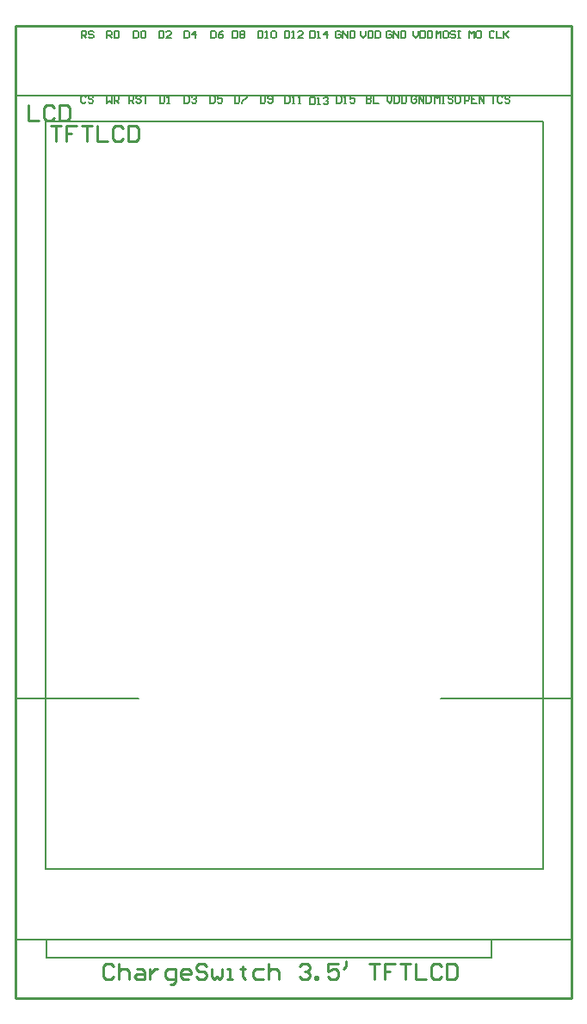
<source format=gto>
G04 Layer_Color=65535*
%FSLAX25Y25*%
%MOIN*%
G70*
G01*
G75*
%ADD12C,0.01000*%
%ADD24C,0.00800*%
%ADD25C,0.00500*%
%ADD26C,0.00600*%
D12*
X-215728Y376748D02*
X-150728D01*
X-228Y248D02*
Y376748D01*
X-150728D02*
X-228D01*
X-215728Y248D02*
X-228D01*
X-215728D02*
Y376748D01*
X-210630Y345900D02*
Y339902D01*
X-206631D01*
X-200633Y344900D02*
X-201633Y345900D01*
X-203632D01*
X-204632Y344900D01*
Y340901D01*
X-203632Y339902D01*
X-201633D01*
X-200633Y340901D01*
X-198634Y345900D02*
Y339902D01*
X-195635D01*
X-194635Y340901D01*
Y344900D01*
X-195635Y345900D01*
X-198634D01*
X-202000Y337998D02*
X-198001D01*
X-200001D01*
Y332000D01*
X-192003Y337998D02*
X-196002D01*
Y334999D01*
X-194003D01*
X-196002D01*
Y332000D01*
X-190004Y337998D02*
X-186005D01*
X-188005D01*
Y332000D01*
X-184006Y337998D02*
Y332000D01*
X-180007D01*
X-174009Y336998D02*
X-175009Y337998D01*
X-177008D01*
X-178008Y336998D01*
Y333000D01*
X-177008Y332000D01*
X-175009D01*
X-174009Y333000D01*
X-172010Y337998D02*
Y332000D01*
X-169011D01*
X-168011Y333000D01*
Y336998D01*
X-169011Y337998D01*
X-172010D01*
X-177501Y12695D02*
X-178501Y13695D01*
X-180500D01*
X-181500Y12695D01*
Y8696D01*
X-180500Y7697D01*
X-178501D01*
X-177501Y8696D01*
X-175502Y13695D02*
Y7697D01*
Y10696D01*
X-174502Y11695D01*
X-172503D01*
X-171503Y10696D01*
Y7697D01*
X-168504Y11695D02*
X-166505D01*
X-165505Y10696D01*
Y7697D01*
X-168504D01*
X-169504Y8696D01*
X-168504Y9696D01*
X-165505D01*
X-163506Y11695D02*
Y7697D01*
Y9696D01*
X-162506Y10696D01*
X-161506Y11695D01*
X-160507D01*
X-155508Y5697D02*
X-154509D01*
X-153509Y6697D01*
Y11695D01*
X-156508D01*
X-157508Y10696D01*
Y8696D01*
X-156508Y7697D01*
X-153509D01*
X-148511D02*
X-150510D01*
X-151510Y8696D01*
Y10696D01*
X-150510Y11695D01*
X-148511D01*
X-147511Y10696D01*
Y9696D01*
X-151510D01*
X-141513Y12695D02*
X-142513Y13695D01*
X-144512D01*
X-145512Y12695D01*
Y11695D01*
X-144512Y10696D01*
X-142513D01*
X-141513Y9696D01*
Y8696D01*
X-142513Y7697D01*
X-144512D01*
X-145512Y8696D01*
X-139514Y11695D02*
Y8696D01*
X-138514Y7697D01*
X-137514Y8696D01*
X-136515Y7697D01*
X-135515Y8696D01*
Y11695D01*
X-133516Y7697D02*
X-131516D01*
X-132516D01*
Y11695D01*
X-133516D01*
X-127517Y12695D02*
Y11695D01*
X-128517D01*
X-126518D01*
X-127517D01*
Y8696D01*
X-126518Y7697D01*
X-119520Y11695D02*
X-122519D01*
X-123519Y10696D01*
Y8696D01*
X-122519Y7697D01*
X-119520D01*
X-117521Y13695D02*
Y7697D01*
Y10696D01*
X-116521Y11695D01*
X-114522D01*
X-113522Y10696D01*
Y7697D01*
X-105525Y12695D02*
X-104525Y13695D01*
X-102525D01*
X-101526Y12695D01*
Y11695D01*
X-102525Y10696D01*
X-103525D01*
X-102525D01*
X-101526Y9696D01*
Y8696D01*
X-102525Y7697D01*
X-104525D01*
X-105525Y8696D01*
X-99527Y7697D02*
Y8696D01*
X-98527D01*
Y7697D01*
X-99527D01*
X-90529Y13695D02*
X-94528D01*
Y10696D01*
X-92529Y11695D01*
X-91529D01*
X-90529Y10696D01*
Y8696D01*
X-91529Y7697D01*
X-93528D01*
X-94528Y8696D01*
X-87530Y14694D02*
Y12695D01*
X-88530Y11695D01*
X-78533Y13695D02*
X-74535D01*
X-76534D01*
Y7697D01*
X-68537Y13695D02*
X-72535D01*
Y10696D01*
X-70536D01*
X-72535D01*
Y7697D01*
X-66537Y13695D02*
X-62538D01*
X-64538D01*
Y7697D01*
X-60539Y13695D02*
Y7697D01*
X-56540D01*
X-50542Y12695D02*
X-51542Y13695D01*
X-53541D01*
X-54541Y12695D01*
Y8696D01*
X-53541Y7697D01*
X-51542D01*
X-50542Y8696D01*
X-48543Y13695D02*
Y7697D01*
X-45544D01*
X-44544Y8696D01*
Y12695D01*
X-45544Y13695D01*
X-48543D01*
D24*
X-204133Y339500D02*
X-11220D01*
Y50366D02*
Y339500D01*
X-204133Y50366D02*
X-11220D01*
X-204133D02*
Y339500D01*
X-50854Y116307D02*
X-192D01*
X-203542Y15913D02*
X-31354D01*
Y23000D01*
X-203542Y15913D02*
Y23000D01*
X-215353Y349772D02*
X1D01*
Y23000D02*
Y349772D01*
X-215353Y23000D02*
X1D01*
X-215353D02*
Y349772D01*
Y116307D02*
X-167853D01*
D25*
X-101516Y374689D02*
Y371890D01*
X-100116D01*
X-99650Y372356D01*
Y374222D01*
X-100116Y374689D01*
X-101516D01*
X-98717Y371890D02*
X-97784D01*
X-98250D01*
Y374689D01*
X-98717Y374222D01*
X-94985Y371890D02*
Y374689D01*
X-96384Y373289D01*
X-94518D01*
X-130728Y349547D02*
Y346748D01*
X-129329D01*
X-128862Y347215D01*
Y349081D01*
X-129329Y349547D01*
X-130728D01*
X-127929D02*
X-126063D01*
Y349081D01*
X-127929Y347215D01*
Y346748D01*
X-190098Y371890D02*
Y374689D01*
X-188699D01*
X-188232Y374222D01*
Y373289D01*
X-188699Y372823D01*
X-190098D01*
X-189165D02*
X-188232Y371890D01*
X-185433Y374222D02*
X-185900Y374689D01*
X-186833D01*
X-187299Y374222D01*
Y373756D01*
X-186833Y373289D01*
X-185900D01*
X-185433Y372823D01*
Y372356D01*
X-185900Y371890D01*
X-186833D01*
X-187299Y372356D01*
X-188362Y349081D02*
X-188829Y349547D01*
X-189762D01*
X-190228Y349081D01*
Y347215D01*
X-189762Y346748D01*
X-188829D01*
X-188362Y347215D01*
X-185563Y349081D02*
X-186030Y349547D01*
X-186963D01*
X-187429Y349081D01*
Y348614D01*
X-186963Y348148D01*
X-186030D01*
X-185563Y347681D01*
Y347215D01*
X-186030Y346748D01*
X-186963D01*
X-187429Y347215D01*
X-180228Y349547D02*
Y346748D01*
X-179295Y347681D01*
X-178362Y346748D01*
Y349547D01*
X-177429Y346748D02*
Y349547D01*
X-176030D01*
X-175563Y349081D01*
Y348148D01*
X-176030Y347681D01*
X-177429D01*
X-176496D02*
X-175563Y346748D01*
X-171728D02*
Y349547D01*
X-170329D01*
X-169862Y349081D01*
Y348148D01*
X-170329Y347681D01*
X-171728D01*
X-170795D02*
X-169862Y346748D01*
X-167063Y349081D02*
X-167530Y349547D01*
X-168463D01*
X-168929Y349081D01*
Y348614D01*
X-168463Y348148D01*
X-167530D01*
X-167063Y347681D01*
Y347215D01*
X-167530Y346748D01*
X-168463D01*
X-168929Y347215D01*
X-166130Y349547D02*
X-164264D01*
X-165197D01*
Y346748D01*
X-159728Y349547D02*
Y346748D01*
X-158329D01*
X-157862Y347215D01*
Y349081D01*
X-158329Y349547D01*
X-159728D01*
X-156929Y346748D02*
X-155996D01*
X-156463D01*
Y349547D01*
X-156929Y349081D01*
X-160079Y374689D02*
Y371890D01*
X-158679D01*
X-158213Y372356D01*
Y374222D01*
X-158679Y374689D01*
X-160079D01*
X-155414Y371890D02*
X-157280D01*
X-155414Y373756D01*
Y374222D01*
X-155880Y374689D01*
X-156813D01*
X-157280Y374222D01*
X-150228Y349547D02*
Y346748D01*
X-148829D01*
X-148362Y347215D01*
Y349081D01*
X-148829Y349547D01*
X-150228D01*
X-147429Y349081D02*
X-146963Y349547D01*
X-146030D01*
X-145563Y349081D01*
Y348614D01*
X-146030Y348148D01*
X-146496D01*
X-146030D01*
X-145563Y347681D01*
Y347215D01*
X-146030Y346748D01*
X-146963D01*
X-147429Y347215D01*
X-150236Y374689D02*
Y371890D01*
X-148837D01*
X-148370Y372356D01*
Y374222D01*
X-148837Y374689D01*
X-150236D01*
X-146038Y371890D02*
Y374689D01*
X-147437Y373289D01*
X-145571D01*
X-140228Y349547D02*
Y346748D01*
X-138829D01*
X-138362Y347215D01*
Y349081D01*
X-138829Y349547D01*
X-140228D01*
X-135563D02*
X-137429D01*
Y348148D01*
X-136496Y348614D01*
X-136030D01*
X-135563Y348148D01*
Y347215D01*
X-136030Y346748D01*
X-136963D01*
X-137429Y347215D01*
X-139902Y374689D02*
Y371890D01*
X-138502D01*
X-138036Y372356D01*
Y374222D01*
X-138502Y374689D01*
X-139902D01*
X-135236D02*
X-136170Y374222D01*
X-137102Y373289D01*
Y372356D01*
X-136636Y371890D01*
X-135703D01*
X-135236Y372356D01*
Y372823D01*
X-135703Y373289D01*
X-137102D01*
X-131535Y374689D02*
Y371890D01*
X-130136D01*
X-129669Y372356D01*
Y374222D01*
X-130136Y374689D01*
X-131535D01*
X-128736Y374222D02*
X-128270Y374689D01*
X-127337D01*
X-126870Y374222D01*
Y373756D01*
X-127337Y373289D01*
X-126870Y372823D01*
Y372356D01*
X-127337Y371890D01*
X-128270D01*
X-128736Y372356D01*
Y372823D01*
X-128270Y373289D01*
X-128736Y373756D01*
Y374222D01*
X-128270Y373289D02*
X-127337D01*
X-120728Y349547D02*
Y346748D01*
X-119329D01*
X-118862Y347215D01*
Y349081D01*
X-119329Y349547D01*
X-120728D01*
X-117929Y347215D02*
X-117463Y346748D01*
X-116530D01*
X-116063Y347215D01*
Y349081D01*
X-116530Y349547D01*
X-117463D01*
X-117929Y349081D01*
Y348614D01*
X-117463Y348148D01*
X-116063D01*
X-101516Y349098D02*
Y346299D01*
X-100116D01*
X-99650Y346766D01*
Y348632D01*
X-100116Y349098D01*
X-101516D01*
X-98717Y346299D02*
X-97784D01*
X-98250D01*
Y349098D01*
X-98717Y348632D01*
X-96384D02*
X-95918Y349098D01*
X-94985D01*
X-94518Y348632D01*
Y348165D01*
X-94985Y347699D01*
X-95451D01*
X-94985D01*
X-94518Y347232D01*
Y346766D01*
X-94985Y346299D01*
X-95918D01*
X-96384Y346766D01*
X-111358Y374689D02*
Y371890D01*
X-109959D01*
X-109492Y372356D01*
Y374222D01*
X-109959Y374689D01*
X-111358D01*
X-108559Y371890D02*
X-107626D01*
X-108093D01*
Y374689D01*
X-108559Y374222D01*
X-104360Y371890D02*
X-106227D01*
X-104360Y373756D01*
Y374222D01*
X-104827Y374689D01*
X-105760D01*
X-106227Y374222D01*
X-91228Y349547D02*
Y346748D01*
X-89829D01*
X-89362Y347215D01*
Y349081D01*
X-89829Y349547D01*
X-91228D01*
X-88429Y346748D02*
X-87496D01*
X-87963D01*
Y349547D01*
X-88429Y349081D01*
X-84231Y349547D02*
X-86097D01*
Y348148D01*
X-85164Y348614D01*
X-84697D01*
X-84231Y348148D01*
Y347215D01*
X-84697Y346748D01*
X-85630D01*
X-86097Y347215D01*
X-71728Y349547D02*
Y347681D01*
X-70795Y346748D01*
X-69862Y347681D01*
Y349547D01*
X-68929D02*
Y346748D01*
X-67530D01*
X-67063Y347215D01*
Y349081D01*
X-67530Y349547D01*
X-68929D01*
X-66130D02*
Y346748D01*
X-64731D01*
X-64264Y347215D01*
Y349081D01*
X-64731Y349547D01*
X-66130D01*
X-61654Y374689D02*
Y372823D01*
X-60720Y371890D01*
X-59787Y372823D01*
Y374689D01*
X-58855D02*
Y371890D01*
X-57455D01*
X-56988Y372356D01*
Y374222D01*
X-57455Y374689D01*
X-58855D01*
X-56055D02*
Y371890D01*
X-54656D01*
X-54189Y372356D01*
Y374222D01*
X-54656Y374689D01*
X-56055D01*
X-70122Y374222D02*
X-70589Y374689D01*
X-71522D01*
X-71988Y374222D01*
Y372356D01*
X-71522Y371890D01*
X-70589D01*
X-70122Y372356D01*
Y373289D01*
X-71055D01*
X-69189Y371890D02*
Y374689D01*
X-67323Y371890D01*
Y374689D01*
X-66390D02*
Y371890D01*
X-64991D01*
X-64524Y372356D01*
Y374222D01*
X-64991Y374689D01*
X-66390D01*
X-81831D02*
Y372823D01*
X-80898Y371890D01*
X-79965Y372823D01*
Y374689D01*
X-79032D02*
Y371890D01*
X-77632D01*
X-77166Y372356D01*
Y374222D01*
X-77632Y374689D01*
X-79032D01*
X-76232D02*
Y371890D01*
X-74833D01*
X-74366Y372356D01*
Y374222D01*
X-74833Y374689D01*
X-76232D01*
X-121693D02*
Y371890D01*
X-120293D01*
X-119827Y372356D01*
Y374222D01*
X-120293Y374689D01*
X-121693D01*
X-118894Y371890D02*
X-117961D01*
X-118427D01*
Y374689D01*
X-118894Y374222D01*
X-116561D02*
X-116095Y374689D01*
X-115162D01*
X-114695Y374222D01*
Y372356D01*
X-115162Y371890D01*
X-116095D01*
X-116561Y372356D01*
Y374222D01*
X-180256Y371890D02*
Y374689D01*
X-178856D01*
X-178390Y374222D01*
Y373289D01*
X-178856Y372823D01*
X-180256D01*
X-179323D02*
X-178390Y371890D01*
X-177457Y374689D02*
Y371890D01*
X-176057D01*
X-175591Y372356D01*
Y374222D01*
X-176057Y374689D01*
X-177457D01*
X-89807Y374222D02*
X-90274Y374689D01*
X-91207D01*
X-91673Y374222D01*
Y372356D01*
X-91207Y371890D01*
X-90274D01*
X-89807Y372356D01*
Y373289D01*
X-90740D01*
X-88874Y371890D02*
Y374689D01*
X-87008Y371890D01*
Y374689D01*
X-86075D02*
Y371890D01*
X-84676D01*
X-84209Y372356D01*
Y374222D01*
X-84676Y374689D01*
X-86075D01*
X-60362Y349081D02*
X-60829Y349547D01*
X-61762D01*
X-62228Y349081D01*
Y347215D01*
X-61762Y346748D01*
X-60829D01*
X-60362Y347215D01*
Y348148D01*
X-61295D01*
X-59429Y346748D02*
Y349547D01*
X-57563Y346748D01*
Y349547D01*
X-56630D02*
Y346748D01*
X-55231D01*
X-54764Y347215D01*
Y349081D01*
X-55231Y349547D01*
X-56630D01*
X-111228D02*
Y346748D01*
X-109829D01*
X-109362Y347215D01*
Y349081D01*
X-109829Y349547D01*
X-111228D01*
X-108429Y346748D02*
X-107496D01*
X-107963D01*
Y349547D01*
X-108429Y349081D01*
X-106097Y346748D02*
X-105164D01*
X-105630D01*
Y349547D01*
X-106097Y349081D01*
X-41728Y346748D02*
Y349550D01*
X-40327D01*
X-39860Y349083D01*
Y348149D01*
X-40327Y347682D01*
X-41728D01*
X-37058Y349550D02*
X-38926D01*
Y346748D01*
X-37058D01*
X-38926Y348149D02*
X-37992D01*
X-36124Y346748D02*
Y349550D01*
X-34256Y346748D01*
Y349550D01*
X-30258Y374225D02*
X-30725Y374692D01*
X-31659D01*
X-32126Y374225D01*
Y372357D01*
X-31659Y371890D01*
X-30725D01*
X-30258Y372357D01*
X-29324Y374692D02*
Y371890D01*
X-27456D01*
X-26522Y374692D02*
Y371890D01*
Y372824D01*
X-24653Y374692D01*
X-26054Y373291D01*
X-24653Y371890D01*
X-52795D02*
Y374692D01*
X-51861Y373758D01*
X-50927Y374692D01*
Y371890D01*
X-48592Y374692D02*
X-49526D01*
X-49993Y374225D01*
Y372357D01*
X-49526Y371890D01*
X-48592D01*
X-48125Y372357D01*
Y374225D01*
X-48592Y374692D01*
X-45323Y374225D02*
X-45790Y374692D01*
X-46724D01*
X-47191Y374225D01*
Y373758D01*
X-46724Y373291D01*
X-45790D01*
X-45323Y372824D01*
Y372357D01*
X-45790Y371890D01*
X-46724D01*
X-47191Y372357D01*
X-44389Y374692D02*
X-43455D01*
X-43922D01*
Y371890D01*
X-44389D01*
X-43455D01*
X-40000D02*
Y374692D01*
X-39066Y373758D01*
X-38132Y374692D01*
Y371890D01*
X-35797Y374692D02*
X-36731D01*
X-37198Y374225D01*
Y372357D01*
X-36731Y371890D01*
X-35797D01*
X-35330Y372357D01*
Y374225D01*
X-35797Y374692D01*
X-31728Y349550D02*
X-29860D01*
X-30794D01*
Y346748D01*
X-27058Y349083D02*
X-27525Y349550D01*
X-28459D01*
X-28926Y349083D01*
Y347215D01*
X-28459Y346748D01*
X-27525D01*
X-27058Y347215D01*
X-24256Y349083D02*
X-24723Y349550D01*
X-25657D01*
X-26124Y349083D01*
Y348616D01*
X-25657Y348149D01*
X-24723D01*
X-24256Y347682D01*
Y347215D01*
X-24723Y346748D01*
X-25657D01*
X-26124Y347215D01*
X-53228Y346748D02*
Y349550D01*
X-52294Y348616D01*
X-51360Y349550D01*
Y346748D01*
X-50426Y349550D02*
X-49492D01*
X-49959D01*
Y346748D01*
X-50426D01*
X-49492D01*
X-46223Y349083D02*
X-46690Y349550D01*
X-47624D01*
X-48091Y349083D01*
Y348616D01*
X-47624Y348149D01*
X-46690D01*
X-46223Y347682D01*
Y347215D01*
X-46690Y346748D01*
X-47624D01*
X-48091Y347215D01*
X-43887Y349550D02*
X-44822D01*
X-45289Y349083D01*
Y347215D01*
X-44822Y346748D01*
X-43887D01*
X-43420Y347215D01*
Y349083D01*
X-43887Y349550D01*
X-79728Y349547D02*
Y346748D01*
X-78329D01*
X-77862Y347215D01*
Y347681D01*
X-78329Y348148D01*
X-79728D01*
X-78329D01*
X-77862Y348614D01*
Y349081D01*
X-78329Y349547D01*
X-79728D01*
X-76929D02*
Y346748D01*
X-75063D01*
D26*
X-169921Y374689D02*
Y371890D01*
X-168522D01*
X-168055Y372356D01*
Y374222D01*
X-168522Y374689D01*
X-169921D01*
X-167122Y374222D02*
X-166656Y374689D01*
X-165723D01*
X-165256Y374222D01*
Y372356D01*
X-165723Y371890D01*
X-166656D01*
X-167122Y372356D01*
Y374222D01*
M02*

</source>
